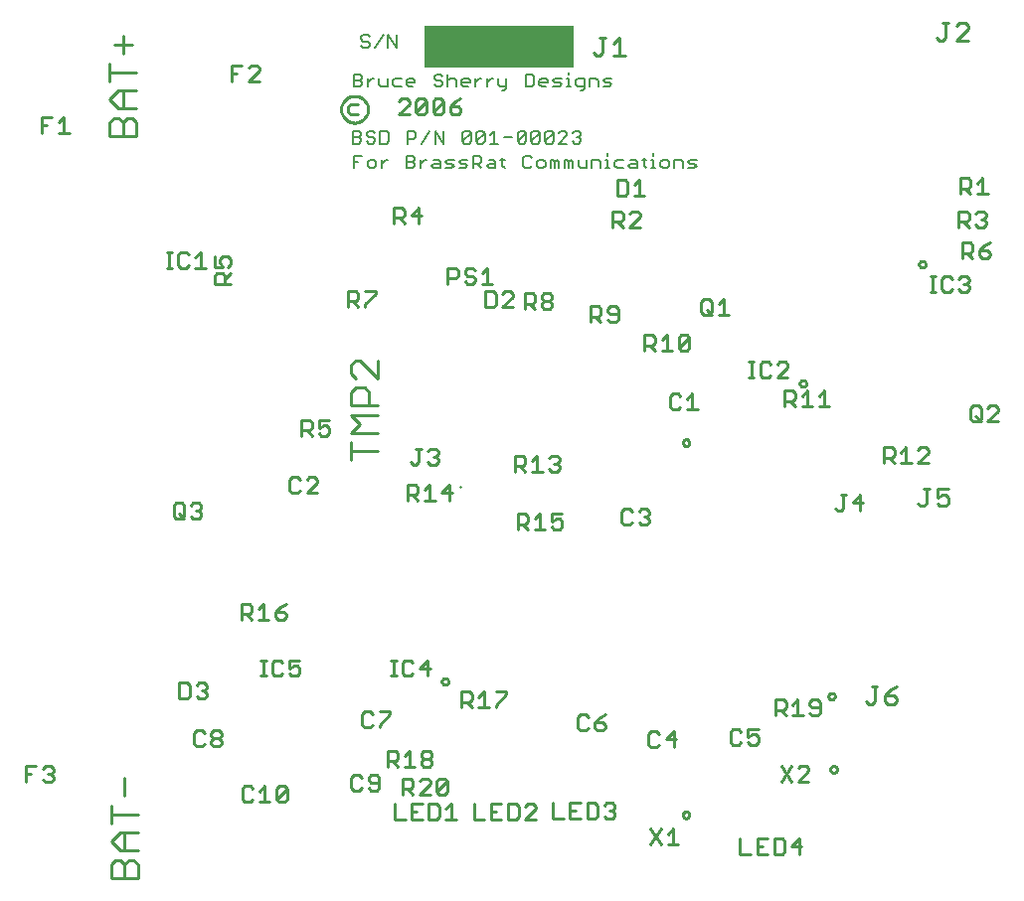
<source format=gbr>
G75*
G70*
%OFA0B0*%
%FSLAX24Y24*%
%IPPOS*%
%LPD*%
%AMOC8*
5,1,8,0,0,1.08239X$1,22.5*
%
%ADD10C,0.0100*%
%ADD11C,0.0090*%
%ADD12C,0.0080*%
%ADD13R,0.5040X0.1410*%
%ADD14C,0.0050*%
%ADD15C,0.0110*%
D10*
X012593Y006217D02*
X012593Y006667D01*
X012743Y006817D01*
X012893Y006817D01*
X013043Y006667D01*
X013043Y006217D01*
X013043Y006667D02*
X013193Y006817D01*
X013343Y006817D01*
X013493Y006667D01*
X013493Y006217D01*
X012593Y006217D01*
X012893Y007137D02*
X012593Y007438D01*
X012893Y007738D01*
X013493Y007738D01*
X013043Y007738D02*
X013043Y007137D01*
X012893Y007137D02*
X013493Y007137D01*
X012593Y008058D02*
X012593Y008659D01*
X012593Y008358D02*
X013493Y008358D01*
X013043Y008979D02*
X013043Y009579D01*
X023686Y012812D02*
X023688Y012833D01*
X023694Y012854D01*
X023704Y012873D01*
X023717Y012889D01*
X023733Y012903D01*
X023751Y012914D01*
X023772Y012921D01*
X023793Y012924D01*
X023814Y012923D01*
X023835Y012918D01*
X023854Y012909D01*
X023871Y012897D01*
X023886Y012881D01*
X023898Y012863D01*
X023905Y012844D01*
X023909Y012823D01*
X023909Y012801D01*
X023905Y012780D01*
X023898Y012761D01*
X023886Y012743D01*
X023871Y012727D01*
X023854Y012715D01*
X023835Y012706D01*
X023814Y012701D01*
X023793Y012700D01*
X023772Y012703D01*
X023751Y012710D01*
X023733Y012721D01*
X023717Y012735D01*
X023704Y012751D01*
X023694Y012770D01*
X023688Y012791D01*
X023686Y012812D01*
X024293Y019342D02*
X024318Y019342D01*
X021543Y020534D02*
X020643Y020534D01*
X020643Y020234D02*
X020643Y020834D01*
X020643Y021154D02*
X020943Y021455D01*
X020643Y021755D01*
X021543Y021755D01*
X021543Y022075D02*
X020643Y022075D01*
X020643Y022525D01*
X020793Y022676D01*
X021093Y022676D01*
X021243Y022525D01*
X021243Y022075D01*
X021543Y022996D02*
X020943Y023596D01*
X020793Y023596D01*
X020643Y023446D01*
X020643Y023146D01*
X020793Y022996D01*
X021543Y022996D02*
X021543Y023596D01*
X021543Y021154D02*
X020643Y021154D01*
X031766Y020827D02*
X031768Y020848D01*
X031774Y020869D01*
X031784Y020888D01*
X031797Y020904D01*
X031813Y020918D01*
X031831Y020929D01*
X031852Y020936D01*
X031873Y020939D01*
X031894Y020938D01*
X031915Y020933D01*
X031934Y020924D01*
X031951Y020912D01*
X031966Y020896D01*
X031978Y020878D01*
X031985Y020859D01*
X031989Y020838D01*
X031989Y020816D01*
X031985Y020795D01*
X031978Y020776D01*
X031966Y020758D01*
X031951Y020742D01*
X031934Y020730D01*
X031915Y020721D01*
X031894Y020716D01*
X031873Y020715D01*
X031852Y020718D01*
X031831Y020725D01*
X031813Y020736D01*
X031797Y020750D01*
X031784Y020766D01*
X031774Y020785D01*
X031768Y020806D01*
X031766Y020827D01*
X035686Y022812D02*
X035688Y022833D01*
X035694Y022854D01*
X035704Y022873D01*
X035717Y022889D01*
X035733Y022903D01*
X035751Y022914D01*
X035772Y022921D01*
X035793Y022924D01*
X035814Y022923D01*
X035835Y022918D01*
X035854Y022909D01*
X035871Y022897D01*
X035886Y022881D01*
X035898Y022863D01*
X035905Y022844D01*
X035909Y022823D01*
X035909Y022801D01*
X035905Y022780D01*
X035898Y022761D01*
X035886Y022743D01*
X035871Y022727D01*
X035854Y022715D01*
X035835Y022706D01*
X035814Y022701D01*
X035793Y022700D01*
X035772Y022703D01*
X035751Y022710D01*
X035733Y022721D01*
X035717Y022735D01*
X035704Y022751D01*
X035694Y022770D01*
X035688Y022791D01*
X035686Y022812D01*
X039686Y026812D02*
X039688Y026833D01*
X039694Y026854D01*
X039704Y026873D01*
X039717Y026889D01*
X039733Y026903D01*
X039751Y026914D01*
X039772Y026921D01*
X039793Y026924D01*
X039814Y026923D01*
X039835Y026918D01*
X039854Y026909D01*
X039871Y026897D01*
X039886Y026881D01*
X039898Y026863D01*
X039905Y026844D01*
X039909Y026823D01*
X039909Y026801D01*
X039905Y026780D01*
X039898Y026761D01*
X039886Y026743D01*
X039871Y026727D01*
X039854Y026715D01*
X039835Y026706D01*
X039814Y026701D01*
X039793Y026700D01*
X039772Y026703D01*
X039751Y026710D01*
X039733Y026721D01*
X039717Y026735D01*
X039704Y026751D01*
X039694Y026770D01*
X039688Y026791D01*
X039686Y026812D01*
X036646Y012317D02*
X036648Y012338D01*
X036654Y012359D01*
X036664Y012378D01*
X036677Y012394D01*
X036693Y012408D01*
X036711Y012419D01*
X036732Y012426D01*
X036753Y012429D01*
X036774Y012428D01*
X036795Y012423D01*
X036814Y012414D01*
X036831Y012402D01*
X036846Y012386D01*
X036858Y012368D01*
X036865Y012349D01*
X036869Y012328D01*
X036869Y012306D01*
X036865Y012285D01*
X036858Y012266D01*
X036846Y012248D01*
X036831Y012232D01*
X036814Y012220D01*
X036795Y012211D01*
X036774Y012206D01*
X036753Y012205D01*
X036732Y012208D01*
X036711Y012215D01*
X036693Y012226D01*
X036677Y012240D01*
X036664Y012256D01*
X036654Y012275D01*
X036648Y012296D01*
X036646Y012317D01*
X036716Y009862D02*
X036718Y009883D01*
X036724Y009904D01*
X036734Y009923D01*
X036747Y009939D01*
X036763Y009953D01*
X036781Y009964D01*
X036802Y009971D01*
X036823Y009974D01*
X036844Y009973D01*
X036865Y009968D01*
X036884Y009959D01*
X036901Y009947D01*
X036916Y009931D01*
X036928Y009913D01*
X036935Y009894D01*
X036939Y009873D01*
X036939Y009851D01*
X036935Y009830D01*
X036928Y009811D01*
X036916Y009793D01*
X036901Y009777D01*
X036884Y009765D01*
X036865Y009756D01*
X036844Y009751D01*
X036823Y009750D01*
X036802Y009753D01*
X036781Y009760D01*
X036763Y009771D01*
X036747Y009785D01*
X036734Y009801D01*
X036724Y009820D01*
X036718Y009841D01*
X036716Y009862D01*
X031766Y008337D02*
X031768Y008358D01*
X031774Y008379D01*
X031784Y008398D01*
X031797Y008414D01*
X031813Y008428D01*
X031831Y008439D01*
X031852Y008446D01*
X031873Y008449D01*
X031894Y008448D01*
X031915Y008443D01*
X031934Y008434D01*
X031951Y008422D01*
X031966Y008406D01*
X031978Y008388D01*
X031985Y008369D01*
X031989Y008348D01*
X031989Y008326D01*
X031985Y008305D01*
X031978Y008286D01*
X031966Y008268D01*
X031951Y008252D01*
X031934Y008240D01*
X031915Y008231D01*
X031894Y008226D01*
X031873Y008225D01*
X031852Y008228D01*
X031831Y008235D01*
X031813Y008246D01*
X031797Y008260D01*
X031784Y008276D01*
X031774Y008295D01*
X031768Y008316D01*
X031766Y008337D01*
X013443Y031117D02*
X012543Y031117D01*
X012543Y031567D01*
X012693Y031717D01*
X012843Y031717D01*
X012993Y031567D01*
X012993Y031117D01*
X012993Y031567D02*
X013143Y031717D01*
X013293Y031717D01*
X013443Y031567D01*
X013443Y031117D01*
X013443Y032037D02*
X012843Y032037D01*
X012543Y032338D01*
X012843Y032638D01*
X013443Y032638D01*
X012993Y032638D02*
X012993Y032037D01*
X012543Y032958D02*
X012543Y033559D01*
X012543Y033258D02*
X013443Y033258D01*
X012993Y033879D02*
X012993Y034479D01*
X012693Y034179D02*
X013293Y034179D01*
X020311Y032012D02*
X020313Y032055D01*
X020319Y032098D01*
X020329Y032139D01*
X020343Y032180D01*
X020361Y032219D01*
X020383Y032256D01*
X020408Y032291D01*
X020436Y032324D01*
X020467Y032354D01*
X020501Y032380D01*
X020537Y032403D01*
X020575Y032423D01*
X020615Y032439D01*
X020656Y032451D01*
X020699Y032459D01*
X020741Y032463D01*
X020785Y032463D01*
X020827Y032459D01*
X020870Y032451D01*
X020911Y032439D01*
X020951Y032423D01*
X020989Y032403D01*
X021025Y032380D01*
X021059Y032354D01*
X021090Y032324D01*
X021118Y032291D01*
X021143Y032256D01*
X021165Y032219D01*
X021183Y032180D01*
X021197Y032139D01*
X021207Y032098D01*
X021213Y032055D01*
X021215Y032012D01*
X021213Y031969D01*
X021207Y031926D01*
X021197Y031885D01*
X021183Y031844D01*
X021165Y031805D01*
X021143Y031768D01*
X021118Y031733D01*
X021090Y031700D01*
X021059Y031670D01*
X021025Y031644D01*
X020989Y031621D01*
X020951Y031601D01*
X020911Y031585D01*
X020870Y031573D01*
X020827Y031565D01*
X020785Y031561D01*
X020741Y031561D01*
X020699Y031565D01*
X020656Y031573D01*
X020615Y031585D01*
X020575Y031601D01*
X020537Y031621D01*
X020501Y031644D01*
X020467Y031670D01*
X020436Y031700D01*
X020408Y031733D01*
X020383Y031768D01*
X020361Y031805D01*
X020343Y031844D01*
X020329Y031885D01*
X020319Y031926D01*
X020313Y031969D01*
X020311Y032012D01*
D11*
X009738Y009967D02*
X009738Y009437D01*
X009738Y009702D02*
X009915Y009702D01*
X009738Y009967D02*
X010092Y009967D01*
X010309Y009879D02*
X010398Y009967D01*
X010575Y009967D01*
X010663Y009879D01*
X010663Y009790D01*
X010575Y009702D01*
X010663Y009614D01*
X010663Y009525D01*
X010575Y009437D01*
X010398Y009437D01*
X010309Y009525D01*
X010486Y009702D02*
X010575Y009702D01*
X014888Y012237D02*
X015154Y012237D01*
X015242Y012325D01*
X015242Y012679D01*
X015154Y012767D01*
X014888Y012767D01*
X014888Y012237D01*
X015459Y012325D02*
X015548Y012237D01*
X015725Y012237D01*
X015813Y012325D01*
X015813Y012414D01*
X015725Y012502D01*
X015636Y012502D01*
X015725Y012502D02*
X015813Y012590D01*
X015813Y012679D01*
X015725Y012767D01*
X015548Y012767D01*
X015459Y012679D01*
X017616Y012997D02*
X017793Y012997D01*
X017704Y012997D02*
X017704Y013527D01*
X017616Y013527D02*
X017793Y013527D01*
X017997Y013439D02*
X017997Y013085D01*
X018085Y012997D01*
X018262Y012997D01*
X018350Y013085D01*
X018568Y013085D02*
X018656Y012997D01*
X018833Y012997D01*
X018921Y013085D01*
X018921Y013262D01*
X018833Y013350D01*
X018744Y013350D01*
X018568Y013262D01*
X018568Y013527D01*
X018921Y013527D01*
X018350Y013439D02*
X018262Y013527D01*
X018085Y013527D01*
X017997Y013439D01*
X017888Y014887D02*
X017534Y014887D01*
X017711Y014887D02*
X017711Y015417D01*
X017534Y015240D01*
X017317Y015152D02*
X017229Y015064D01*
X016963Y015064D01*
X017140Y015064D02*
X017317Y014887D01*
X017317Y015152D02*
X017317Y015329D01*
X017229Y015417D01*
X016963Y015417D01*
X016963Y014887D01*
X018105Y014975D02*
X018194Y014887D01*
X018370Y014887D01*
X018459Y014975D01*
X018459Y015064D01*
X018370Y015152D01*
X018105Y015152D01*
X018105Y014975D01*
X018105Y015152D02*
X018282Y015329D01*
X018459Y015417D01*
X021988Y013527D02*
X022165Y013527D01*
X022077Y013527D02*
X022077Y012997D01*
X022165Y012997D02*
X021988Y012997D01*
X022369Y013085D02*
X022457Y012997D01*
X022634Y012997D01*
X022723Y013085D01*
X022940Y013262D02*
X023205Y013527D01*
X023205Y012997D01*
X023294Y013262D02*
X022940Y013262D01*
X022723Y013439D02*
X022634Y013527D01*
X022457Y013527D01*
X022369Y013439D01*
X022369Y013085D01*
X021946Y011797D02*
X021593Y011797D01*
X021375Y011709D02*
X021287Y011797D01*
X021110Y011797D01*
X021022Y011709D01*
X021022Y011355D01*
X021110Y011267D01*
X021287Y011267D01*
X021375Y011355D01*
X021593Y011355D02*
X021593Y011267D01*
X021593Y011355D02*
X021946Y011709D01*
X021946Y011797D01*
X021861Y010487D02*
X022126Y010487D01*
X022214Y010399D01*
X022214Y010222D01*
X022126Y010134D01*
X021861Y010134D01*
X022038Y010134D02*
X022214Y009957D01*
X022432Y009957D02*
X022785Y009957D01*
X022609Y009957D02*
X022609Y010487D01*
X022432Y010310D01*
X023003Y010310D02*
X023003Y010399D01*
X023091Y010487D01*
X023268Y010487D01*
X023356Y010399D01*
X023356Y010310D01*
X023268Y010222D01*
X023091Y010222D01*
X023003Y010310D01*
X023091Y010222D02*
X023003Y010134D01*
X023003Y010045D01*
X023091Y009957D01*
X023268Y009957D01*
X023356Y010045D01*
X023356Y010134D01*
X023268Y010222D01*
X023207Y009552D02*
X023030Y009552D01*
X022942Y009464D01*
X022724Y009464D02*
X022724Y009287D01*
X022636Y009199D01*
X022371Y009199D01*
X022548Y009199D02*
X022724Y009022D01*
X022942Y009022D02*
X023295Y009375D01*
X023295Y009464D01*
X023207Y009552D01*
X023513Y009464D02*
X023513Y009110D01*
X023866Y009464D01*
X023866Y009110D01*
X023778Y009022D01*
X023601Y009022D01*
X023513Y009110D01*
X023295Y009022D02*
X022942Y009022D01*
X023033Y008717D02*
X022679Y008717D01*
X022679Y008187D01*
X023033Y008187D01*
X023250Y008187D02*
X023515Y008187D01*
X023604Y008275D01*
X023604Y008629D01*
X023515Y008717D01*
X023250Y008717D01*
X023250Y008187D01*
X022856Y008452D02*
X022679Y008452D01*
X022462Y008187D02*
X022108Y008187D01*
X022108Y008717D01*
X022371Y009022D02*
X022371Y009552D01*
X022636Y009552D01*
X022724Y009464D01*
X023513Y009464D02*
X023601Y009552D01*
X023778Y009552D01*
X023866Y009464D01*
X023998Y008717D02*
X023998Y008187D01*
X023821Y008187D02*
X024175Y008187D01*
X023821Y008540D02*
X023998Y008717D01*
X024763Y008717D02*
X024763Y008187D01*
X025117Y008187D01*
X025334Y008187D02*
X025688Y008187D01*
X025905Y008187D02*
X026170Y008187D01*
X026259Y008275D01*
X026259Y008629D01*
X026170Y008717D01*
X025905Y008717D01*
X025905Y008187D01*
X025511Y008452D02*
X025334Y008452D01*
X025334Y008717D02*
X025334Y008187D01*
X025334Y008717D02*
X025688Y008717D01*
X026476Y008629D02*
X026564Y008717D01*
X026741Y008717D01*
X026830Y008629D01*
X026830Y008540D01*
X026476Y008187D01*
X026830Y008187D01*
X027418Y008202D02*
X027772Y008202D01*
X027989Y008202D02*
X027989Y008732D01*
X028343Y008732D01*
X028560Y008732D02*
X028560Y008202D01*
X028825Y008202D01*
X028914Y008290D01*
X028914Y008644D01*
X028825Y008732D01*
X028560Y008732D01*
X028166Y008467D02*
X027989Y008467D01*
X027989Y008202D02*
X028343Y008202D01*
X029131Y008290D02*
X029219Y008202D01*
X029396Y008202D01*
X029485Y008290D01*
X029485Y008379D01*
X029396Y008467D01*
X029308Y008467D01*
X029396Y008467D02*
X029485Y008555D01*
X029485Y008644D01*
X029396Y008732D01*
X029219Y008732D01*
X029131Y008644D01*
X030688Y007867D02*
X031042Y007337D01*
X031259Y007337D02*
X031613Y007337D01*
X031436Y007337D02*
X031436Y007867D01*
X031259Y007690D01*
X031042Y007867D02*
X030688Y007337D01*
X033688Y007542D02*
X033688Y007012D01*
X034042Y007012D01*
X034259Y007012D02*
X034613Y007012D01*
X034830Y007012D02*
X035095Y007012D01*
X035184Y007100D01*
X035184Y007454D01*
X035095Y007542D01*
X034830Y007542D01*
X034830Y007012D01*
X034436Y007277D02*
X034259Y007277D01*
X034259Y007542D02*
X034259Y007012D01*
X034259Y007542D02*
X034613Y007542D01*
X035401Y007277D02*
X035755Y007277D01*
X035666Y007012D02*
X035666Y007542D01*
X035401Y007277D01*
X035417Y009462D02*
X035063Y009992D01*
X035417Y009992D02*
X035063Y009462D01*
X035634Y009462D02*
X035988Y009815D01*
X035988Y009904D01*
X035900Y009992D01*
X035723Y009992D01*
X035634Y009904D01*
X035634Y009462D02*
X035988Y009462D01*
X034293Y010775D02*
X034293Y010952D01*
X034205Y011040D01*
X034116Y011040D01*
X033939Y010952D01*
X033939Y011217D01*
X034293Y011217D01*
X033722Y011129D02*
X033634Y011217D01*
X033457Y011217D01*
X033368Y011129D01*
X033368Y010775D01*
X033457Y010687D01*
X033634Y010687D01*
X033722Y010775D01*
X033939Y010775D02*
X034028Y010687D01*
X034205Y010687D01*
X034293Y010775D01*
X034876Y011667D02*
X034876Y012197D01*
X035141Y012197D01*
X035229Y012109D01*
X035229Y011932D01*
X035141Y011844D01*
X034876Y011844D01*
X035053Y011844D02*
X035229Y011667D01*
X035447Y011667D02*
X035800Y011667D01*
X035624Y011667D02*
X035624Y012197D01*
X035447Y012020D01*
X036018Y012020D02*
X036106Y011932D01*
X036371Y011932D01*
X036371Y012109D02*
X036283Y012197D01*
X036106Y012197D01*
X036018Y012109D01*
X036018Y012020D01*
X036018Y011755D02*
X036106Y011667D01*
X036283Y011667D01*
X036371Y011755D01*
X036371Y012109D01*
X031548Y010867D02*
X031194Y010867D01*
X031460Y011132D01*
X031460Y010602D01*
X030977Y010690D02*
X030889Y010602D01*
X030712Y010602D01*
X030623Y010690D01*
X030623Y011044D01*
X030712Y011132D01*
X030889Y011132D01*
X030977Y011044D01*
X029171Y011255D02*
X029083Y011167D01*
X028906Y011167D01*
X028818Y011255D01*
X028818Y011432D01*
X029083Y011432D01*
X029171Y011344D01*
X029171Y011255D01*
X028818Y011432D02*
X028994Y011609D01*
X029171Y011697D01*
X028600Y011609D02*
X028512Y011697D01*
X028335Y011697D01*
X028247Y011609D01*
X028247Y011255D01*
X028335Y011167D01*
X028512Y011167D01*
X028600Y011255D01*
X025846Y012384D02*
X025493Y012030D01*
X025493Y011942D01*
X025275Y011942D02*
X024922Y011942D01*
X025099Y011942D02*
X025099Y012472D01*
X024922Y012295D01*
X024704Y012384D02*
X024704Y012207D01*
X024616Y012119D01*
X024351Y012119D01*
X024528Y012119D02*
X024704Y011942D01*
X024351Y011942D02*
X024351Y012472D01*
X024616Y012472D01*
X024704Y012384D01*
X025493Y012472D02*
X025846Y012472D01*
X025846Y012384D01*
X021861Y010487D02*
X021861Y009957D01*
X021581Y009594D02*
X021493Y009682D01*
X021316Y009682D01*
X021228Y009594D01*
X021228Y009505D01*
X021316Y009417D01*
X021581Y009417D01*
X021581Y009240D02*
X021581Y009594D01*
X021581Y009240D02*
X021493Y009152D01*
X021316Y009152D01*
X021228Y009240D01*
X021010Y009240D02*
X020922Y009152D01*
X020745Y009152D01*
X020657Y009240D01*
X020657Y009594D01*
X020745Y009682D01*
X020922Y009682D01*
X021010Y009594D01*
X018496Y009209D02*
X018496Y008855D01*
X018408Y008767D01*
X018231Y008767D01*
X018143Y008855D01*
X018496Y009209D01*
X018408Y009297D01*
X018231Y009297D01*
X018143Y009209D01*
X018143Y008855D01*
X017925Y008767D02*
X017572Y008767D01*
X017749Y008767D02*
X017749Y009297D01*
X017572Y009120D01*
X017354Y009209D02*
X017266Y009297D01*
X017089Y009297D01*
X017001Y009209D01*
X017001Y008855D01*
X017089Y008767D01*
X017266Y008767D01*
X017354Y008855D01*
X016210Y010637D02*
X016033Y010637D01*
X015944Y010725D01*
X015944Y010814D01*
X016033Y010902D01*
X016210Y010902D01*
X016298Y010814D01*
X016298Y010725D01*
X016210Y010637D01*
X016210Y010902D02*
X016298Y010990D01*
X016298Y011079D01*
X016210Y011167D01*
X016033Y011167D01*
X015944Y011079D01*
X015944Y010990D01*
X016033Y010902D01*
X015727Y011079D02*
X015639Y011167D01*
X015462Y011167D01*
X015373Y011079D01*
X015373Y010725D01*
X015462Y010637D01*
X015639Y010637D01*
X015727Y010725D01*
X015533Y018267D02*
X015356Y018267D01*
X015268Y018355D01*
X015050Y018355D02*
X014962Y018267D01*
X014785Y018267D01*
X014697Y018355D01*
X014697Y018709D01*
X014785Y018797D01*
X014962Y018797D01*
X015050Y018709D01*
X015050Y018355D01*
X015050Y018267D02*
X014874Y018444D01*
X015268Y018709D02*
X015356Y018797D01*
X015533Y018797D01*
X015621Y018709D01*
X015621Y018620D01*
X015533Y018532D01*
X015621Y018444D01*
X015621Y018355D01*
X015533Y018267D01*
X015533Y018532D02*
X015444Y018532D01*
X018588Y019225D02*
X018677Y019137D01*
X018854Y019137D01*
X018942Y019225D01*
X019159Y019137D02*
X019513Y019490D01*
X019513Y019579D01*
X019425Y019667D01*
X019248Y019667D01*
X019159Y019579D01*
X018942Y019579D02*
X018854Y019667D01*
X018677Y019667D01*
X018588Y019579D01*
X018588Y019225D01*
X019159Y019137D02*
X019513Y019137D01*
X019648Y021062D02*
X019559Y021150D01*
X019648Y021062D02*
X019825Y021062D01*
X019913Y021150D01*
X019913Y021327D01*
X019825Y021415D01*
X019736Y021415D01*
X019559Y021327D01*
X019559Y021592D01*
X019913Y021592D01*
X019342Y021504D02*
X019342Y021327D01*
X019254Y021239D01*
X018988Y021239D01*
X018988Y021062D02*
X018988Y021592D01*
X019254Y021592D01*
X019342Y021504D01*
X019165Y021239D02*
X019342Y021062D01*
X022647Y020180D02*
X022735Y020092D01*
X022824Y020092D01*
X022912Y020180D01*
X022912Y020622D01*
X022824Y020622D02*
X023000Y020622D01*
X023218Y020534D02*
X023306Y020622D01*
X023483Y020622D01*
X023571Y020534D01*
X023571Y020445D01*
X023483Y020357D01*
X023571Y020269D01*
X023571Y020180D01*
X023483Y020092D01*
X023306Y020092D01*
X023218Y020180D01*
X023394Y020357D02*
X023483Y020357D01*
X023286Y019417D02*
X023286Y018887D01*
X023109Y018887D02*
X023463Y018887D01*
X023680Y019152D02*
X024034Y019152D01*
X023945Y018887D02*
X023945Y019417D01*
X023680Y019152D01*
X023286Y019417D02*
X023109Y019240D01*
X022892Y019152D02*
X022804Y019064D01*
X022538Y019064D01*
X022715Y019064D02*
X022892Y018887D01*
X022892Y019152D02*
X022892Y019329D01*
X022804Y019417D01*
X022538Y019417D01*
X022538Y018887D01*
X026226Y018447D02*
X026226Y017917D01*
X026226Y018094D02*
X026491Y018094D01*
X026579Y018182D01*
X026579Y018359D01*
X026491Y018447D01*
X026226Y018447D01*
X026403Y018094D02*
X026579Y017917D01*
X026797Y017917D02*
X027150Y017917D01*
X026974Y017917D02*
X026974Y018447D01*
X026797Y018270D01*
X027368Y018182D02*
X027544Y018270D01*
X027633Y018270D01*
X027721Y018182D01*
X027721Y018005D01*
X027633Y017917D01*
X027456Y017917D01*
X027368Y018005D01*
X027368Y018182D02*
X027368Y018447D01*
X027721Y018447D01*
X027545Y019862D02*
X027369Y019862D01*
X027280Y019950D01*
X027063Y019862D02*
X026709Y019862D01*
X026886Y019862D02*
X026886Y020392D01*
X026709Y020215D01*
X026492Y020127D02*
X026404Y020039D01*
X026138Y020039D01*
X026315Y020039D02*
X026492Y019862D01*
X026492Y020127D02*
X026492Y020304D01*
X026404Y020392D01*
X026138Y020392D01*
X026138Y019862D01*
X027280Y020304D02*
X027369Y020392D01*
X027545Y020392D01*
X027634Y020304D01*
X027634Y020215D01*
X027545Y020127D01*
X027634Y020039D01*
X027634Y019950D01*
X027545Y019862D01*
X027545Y020127D02*
X027457Y020127D01*
X029722Y018509D02*
X029722Y018155D01*
X029810Y018067D01*
X029987Y018067D01*
X030075Y018155D01*
X030293Y018155D02*
X030381Y018067D01*
X030558Y018067D01*
X030646Y018155D01*
X030646Y018244D01*
X030558Y018332D01*
X030469Y018332D01*
X030558Y018332D02*
X030646Y018420D01*
X030646Y018509D01*
X030558Y018597D01*
X030381Y018597D01*
X030293Y018509D01*
X030075Y018509D02*
X029987Y018597D01*
X029810Y018597D01*
X029722Y018509D01*
X031427Y021937D02*
X031604Y021937D01*
X031692Y022025D01*
X031909Y021937D02*
X032263Y021937D01*
X032086Y021937D02*
X032086Y022467D01*
X031909Y022290D01*
X031692Y022379D02*
X031604Y022467D01*
X031427Y022467D01*
X031338Y022379D01*
X031338Y022025D01*
X031427Y021937D01*
X033981Y023002D02*
X034158Y023002D01*
X034069Y023002D02*
X034069Y023532D01*
X033981Y023532D02*
X034158Y023532D01*
X034362Y023444D02*
X034450Y023532D01*
X034627Y023532D01*
X034715Y023444D01*
X034933Y023444D02*
X035021Y023532D01*
X035198Y023532D01*
X035286Y023444D01*
X035286Y023355D01*
X034933Y023002D01*
X035286Y023002D01*
X035188Y022567D02*
X035454Y022567D01*
X035542Y022479D01*
X035542Y022302D01*
X035454Y022214D01*
X035188Y022214D01*
X035365Y022214D02*
X035542Y022037D01*
X035759Y022037D02*
X036113Y022037D01*
X035936Y022037D02*
X035936Y022567D01*
X035759Y022390D01*
X036330Y022390D02*
X036507Y022567D01*
X036507Y022037D01*
X036330Y022037D02*
X036684Y022037D01*
X035188Y022037D02*
X035188Y022567D01*
X034715Y023090D02*
X034627Y023002D01*
X034450Y023002D01*
X034362Y023090D01*
X034362Y023444D01*
X033313Y025112D02*
X032959Y025112D01*
X033136Y025112D02*
X033136Y025642D01*
X032959Y025465D01*
X032742Y025554D02*
X032742Y025200D01*
X032654Y025112D01*
X032477Y025112D01*
X032388Y025200D01*
X032388Y025554D01*
X032477Y025642D01*
X032654Y025642D01*
X032742Y025554D01*
X032565Y025289D02*
X032742Y025112D01*
X031984Y024354D02*
X031630Y024000D01*
X031719Y023912D01*
X031895Y023912D01*
X031984Y024000D01*
X031984Y024354D01*
X031895Y024442D01*
X031719Y024442D01*
X031630Y024354D01*
X031630Y024000D01*
X031413Y023912D02*
X031059Y023912D01*
X031236Y023912D02*
X031236Y024442D01*
X031059Y024265D01*
X030842Y024354D02*
X030842Y024177D01*
X030754Y024089D01*
X030488Y024089D01*
X030665Y024089D02*
X030842Y023912D01*
X030488Y023912D02*
X030488Y024442D01*
X030754Y024442D01*
X030842Y024354D01*
X029596Y024955D02*
X029508Y024867D01*
X029331Y024867D01*
X029243Y024955D01*
X029331Y025132D02*
X029596Y025132D01*
X029596Y025309D02*
X029508Y025397D01*
X029331Y025397D01*
X029243Y025309D01*
X029243Y025220D01*
X029331Y025132D01*
X029025Y025132D02*
X028937Y025044D01*
X028672Y025044D01*
X028849Y025044D02*
X029025Y024867D01*
X029025Y025132D02*
X029025Y025309D01*
X028937Y025397D01*
X028672Y025397D01*
X028672Y024867D01*
X029596Y024955D02*
X029596Y025309D01*
X027388Y025400D02*
X027300Y025312D01*
X027123Y025312D01*
X027034Y025400D01*
X027034Y025489D01*
X027123Y025577D01*
X027300Y025577D01*
X027388Y025489D01*
X027388Y025400D01*
X027300Y025577D02*
X027388Y025665D01*
X027388Y025754D01*
X027300Y025842D01*
X027123Y025842D01*
X027034Y025754D01*
X027034Y025665D01*
X027123Y025577D01*
X026817Y025577D02*
X026817Y025754D01*
X026729Y025842D01*
X026463Y025842D01*
X026463Y025312D01*
X026463Y025489D02*
X026729Y025489D01*
X026817Y025577D01*
X026640Y025489D02*
X026817Y025312D01*
X026071Y025367D02*
X025718Y025367D01*
X026071Y025720D01*
X026071Y025809D01*
X025983Y025897D01*
X025806Y025897D01*
X025718Y025809D01*
X025500Y025809D02*
X025500Y025455D01*
X025412Y025367D01*
X025147Y025367D01*
X025147Y025897D01*
X025412Y025897D01*
X025500Y025809D01*
X025384Y026162D02*
X025030Y026162D01*
X025207Y026162D02*
X025207Y026692D01*
X025030Y026515D01*
X024813Y026604D02*
X024725Y026692D01*
X024548Y026692D01*
X024459Y026604D01*
X024459Y026515D01*
X024548Y026427D01*
X024725Y026427D01*
X024813Y026339D01*
X024813Y026250D01*
X024725Y026162D01*
X024548Y026162D01*
X024459Y026250D01*
X024242Y026427D02*
X024154Y026339D01*
X023888Y026339D01*
X023888Y026162D02*
X023888Y026692D01*
X024154Y026692D01*
X024242Y026604D01*
X024242Y026427D01*
X022925Y028187D02*
X022925Y028717D01*
X022659Y028452D01*
X023013Y028452D01*
X022442Y028452D02*
X022354Y028364D01*
X022088Y028364D01*
X022265Y028364D02*
X022442Y028187D01*
X022442Y028452D02*
X022442Y028629D01*
X022354Y028717D01*
X022088Y028717D01*
X022088Y028187D01*
X021463Y025917D02*
X021109Y025917D01*
X020892Y025829D02*
X020892Y025652D01*
X020804Y025564D01*
X020538Y025564D01*
X020715Y025564D02*
X020892Y025387D01*
X021109Y025387D02*
X021109Y025475D01*
X021463Y025829D01*
X021463Y025917D01*
X020892Y025829D02*
X020804Y025917D01*
X020538Y025917D01*
X020538Y025387D01*
X016593Y026145D02*
X016063Y026145D01*
X016063Y026410D01*
X016151Y026499D01*
X016328Y026499D01*
X016417Y026410D01*
X016417Y026145D01*
X016417Y026322D02*
X016593Y026499D01*
X016505Y026716D02*
X016593Y026804D01*
X016593Y026981D01*
X016505Y027069D01*
X016328Y027069D01*
X016240Y026981D01*
X016240Y026893D01*
X016328Y026716D01*
X016063Y026716D01*
X016063Y027069D01*
X015771Y026692D02*
X015418Y026692D01*
X015594Y026692D02*
X015594Y027222D01*
X015418Y027045D01*
X015200Y027134D02*
X015112Y027222D01*
X014935Y027222D01*
X014847Y027134D01*
X014847Y026780D01*
X014935Y026692D01*
X015112Y026692D01*
X015200Y026780D01*
X014643Y026692D02*
X014466Y026692D01*
X014554Y026692D02*
X014554Y027222D01*
X014466Y027222D02*
X014643Y027222D01*
X011196Y031217D02*
X010843Y031217D01*
X011019Y031217D02*
X011019Y031747D01*
X010843Y031570D01*
X010625Y031747D02*
X010272Y031747D01*
X010272Y031217D01*
X010272Y031482D02*
X010449Y031482D01*
X016638Y032962D02*
X016638Y033492D01*
X016992Y033492D01*
X017209Y033404D02*
X017298Y033492D01*
X017475Y033492D01*
X017563Y033404D01*
X017563Y033315D01*
X017209Y032962D01*
X017563Y032962D01*
X016815Y033227D02*
X016638Y033227D01*
X020538Y032102D02*
X020538Y031925D01*
X020627Y031837D01*
X020892Y031837D01*
X020892Y032190D02*
X020627Y032190D01*
X020538Y032102D01*
X022251Y032279D02*
X022339Y032367D01*
X022516Y032367D01*
X022605Y032279D01*
X022605Y032190D01*
X022251Y031837D01*
X022605Y031837D01*
X022822Y031925D02*
X023176Y032279D01*
X023176Y031925D01*
X023087Y031837D01*
X022910Y031837D01*
X022822Y031925D01*
X022822Y032279D01*
X022910Y032367D01*
X023087Y032367D01*
X023176Y032279D01*
X023393Y032279D02*
X023393Y031925D01*
X023746Y032279D01*
X023746Y031925D01*
X023658Y031837D01*
X023481Y031837D01*
X023393Y031925D01*
X023393Y032279D02*
X023481Y032367D01*
X023658Y032367D01*
X023746Y032279D01*
X023964Y032102D02*
X023964Y031925D01*
X024052Y031837D01*
X024229Y031837D01*
X024317Y031925D01*
X024317Y032014D01*
X024229Y032102D01*
X023964Y032102D01*
X024140Y032279D01*
X024317Y032367D01*
X029563Y029642D02*
X029563Y029112D01*
X029829Y029112D01*
X029917Y029200D01*
X029917Y029554D01*
X029829Y029642D01*
X029563Y029642D01*
X030134Y029465D02*
X030311Y029642D01*
X030311Y029112D01*
X030134Y029112D02*
X030488Y029112D01*
X030250Y028592D02*
X030073Y028592D01*
X029984Y028504D01*
X029767Y028504D02*
X029767Y028327D01*
X029679Y028239D01*
X029413Y028239D01*
X029590Y028239D02*
X029767Y028062D01*
X029984Y028062D02*
X030338Y028415D01*
X030338Y028504D01*
X030250Y028592D01*
X029767Y028504D02*
X029679Y028592D01*
X029413Y028592D01*
X029413Y028062D01*
X029984Y028062D02*
X030338Y028062D01*
X038508Y020667D02*
X038774Y020667D01*
X038862Y020579D01*
X038862Y020402D01*
X038774Y020314D01*
X038508Y020314D01*
X038508Y020137D02*
X038508Y020667D01*
X038685Y020314D02*
X038862Y020137D01*
X039079Y020137D02*
X039433Y020137D01*
X039256Y020137D02*
X039256Y020667D01*
X039079Y020490D01*
X039650Y020579D02*
X039739Y020667D01*
X039915Y020667D01*
X040004Y020579D01*
X040004Y020490D01*
X039650Y020137D01*
X040004Y020137D01*
X041413Y021625D02*
X041502Y021537D01*
X041679Y021537D01*
X041767Y021625D01*
X041767Y021979D01*
X041679Y022067D01*
X041502Y022067D01*
X041413Y021979D01*
X041413Y021625D01*
X041590Y021714D02*
X041767Y021537D01*
X041984Y021537D02*
X042338Y021890D01*
X042338Y021979D01*
X042250Y022067D01*
X042073Y022067D01*
X041984Y021979D01*
X041984Y021537D02*
X042338Y021537D01*
X037813Y018802D02*
X037459Y018802D01*
X037725Y019067D01*
X037725Y018537D01*
X037154Y018625D02*
X037154Y019067D01*
X037242Y019067D02*
X037065Y019067D01*
X037154Y018625D02*
X037065Y018537D01*
X036977Y018537D01*
X036888Y018625D01*
X040063Y025887D02*
X040240Y025887D01*
X040152Y025887D02*
X040152Y026417D01*
X040240Y026417D02*
X040063Y026417D01*
X040444Y026329D02*
X040444Y025975D01*
X040532Y025887D01*
X040709Y025887D01*
X040798Y025975D01*
X041015Y025975D02*
X041103Y025887D01*
X041280Y025887D01*
X041369Y025975D01*
X041369Y026064D01*
X041280Y026152D01*
X041192Y026152D01*
X041280Y026152D02*
X041369Y026240D01*
X041369Y026329D01*
X041280Y026417D01*
X041103Y026417D01*
X041015Y026329D01*
X040798Y026329D02*
X040709Y026417D01*
X040532Y026417D01*
X040444Y026329D01*
X041138Y027012D02*
X041138Y027542D01*
X041404Y027542D01*
X041492Y027454D01*
X041492Y027277D01*
X041404Y027189D01*
X041138Y027189D01*
X041315Y027189D02*
X041492Y027012D01*
X041709Y027100D02*
X041798Y027012D01*
X041975Y027012D01*
X042063Y027100D01*
X042063Y027189D01*
X041975Y027277D01*
X041709Y027277D01*
X041709Y027100D01*
X041709Y027277D02*
X041886Y027454D01*
X042063Y027542D01*
X041850Y028062D02*
X041673Y028062D01*
X041584Y028150D01*
X041367Y028062D02*
X041190Y028239D01*
X041279Y028239D02*
X041013Y028239D01*
X041013Y028062D02*
X041013Y028592D01*
X041279Y028592D01*
X041367Y028504D01*
X041367Y028327D01*
X041279Y028239D01*
X041584Y028504D02*
X041673Y028592D01*
X041850Y028592D01*
X041938Y028504D01*
X041938Y028415D01*
X041850Y028327D01*
X041938Y028239D01*
X041938Y028150D01*
X041850Y028062D01*
X041850Y028327D02*
X041761Y028327D01*
X041816Y029177D02*
X041816Y029707D01*
X041639Y029530D01*
X041422Y029442D02*
X041334Y029354D01*
X041068Y029354D01*
X041245Y029354D02*
X041422Y029177D01*
X041639Y029177D02*
X041993Y029177D01*
X041422Y029442D02*
X041422Y029619D01*
X041334Y029707D01*
X041068Y029707D01*
X041068Y029177D01*
X027418Y008732D02*
X027418Y008202D01*
D12*
X027482Y030042D02*
X027482Y030252D01*
X027552Y030322D01*
X027622Y030252D01*
X027622Y030042D01*
X027802Y030042D02*
X027802Y030322D01*
X027872Y030322D01*
X027942Y030252D01*
X028012Y030322D01*
X028082Y030252D01*
X028082Y030042D01*
X027942Y030042D02*
X027942Y030252D01*
X028263Y030322D02*
X028263Y030112D01*
X028333Y030042D01*
X028543Y030042D01*
X028543Y030322D01*
X028723Y030322D02*
X028933Y030322D01*
X029003Y030252D01*
X029003Y030042D01*
X029183Y030042D02*
X029323Y030042D01*
X029253Y030042D02*
X029253Y030322D01*
X029183Y030322D01*
X029253Y030462D02*
X029253Y030532D01*
X029490Y030252D02*
X029490Y030112D01*
X029560Y030042D01*
X029770Y030042D01*
X029951Y030112D02*
X030021Y030182D01*
X030231Y030182D01*
X030231Y030252D02*
X030231Y030042D01*
X030021Y030042D01*
X029951Y030112D01*
X030021Y030322D02*
X030161Y030322D01*
X030231Y030252D01*
X030411Y030322D02*
X030551Y030322D01*
X030481Y030392D02*
X030481Y030112D01*
X030551Y030042D01*
X030718Y030042D02*
X030858Y030042D01*
X030788Y030042D02*
X030788Y030322D01*
X030718Y030322D01*
X030788Y030462D02*
X030788Y030532D01*
X031025Y030252D02*
X031025Y030112D01*
X031095Y030042D01*
X031235Y030042D01*
X031305Y030112D01*
X031305Y030252D01*
X031235Y030322D01*
X031095Y030322D01*
X031025Y030252D01*
X031485Y030322D02*
X031485Y030042D01*
X031485Y030322D02*
X031695Y030322D01*
X031765Y030252D01*
X031765Y030042D01*
X031945Y030042D02*
X032156Y030042D01*
X032226Y030112D01*
X032156Y030182D01*
X032015Y030182D01*
X031945Y030252D01*
X032015Y030322D01*
X032226Y030322D01*
X029770Y030322D02*
X029560Y030322D01*
X029490Y030252D01*
X028723Y030322D02*
X028723Y030042D01*
X028279Y030862D02*
X028139Y030862D01*
X028069Y030932D01*
X027889Y030862D02*
X027609Y030862D01*
X027889Y031142D01*
X027889Y031212D01*
X027819Y031282D01*
X027679Y031282D01*
X027609Y031212D01*
X027429Y031212D02*
X027359Y031282D01*
X027218Y031282D01*
X027148Y031212D01*
X027148Y030932D01*
X027429Y031212D01*
X027429Y030932D01*
X027359Y030862D01*
X027218Y030862D01*
X027148Y030932D01*
X026968Y030932D02*
X026898Y030862D01*
X026758Y030862D01*
X026688Y030932D01*
X026968Y031212D01*
X026968Y030932D01*
X026688Y030932D02*
X026688Y031212D01*
X026758Y031282D01*
X026898Y031282D01*
X026968Y031212D01*
X026508Y031212D02*
X026438Y031282D01*
X026298Y031282D01*
X026228Y031212D01*
X026228Y030932D01*
X026508Y031212D01*
X026508Y030932D01*
X026438Y030862D01*
X026298Y030862D01*
X026228Y030932D01*
X026048Y031072D02*
X025767Y031072D01*
X025587Y030862D02*
X025307Y030862D01*
X025447Y030862D02*
X025447Y031282D01*
X025307Y031142D01*
X025127Y031212D02*
X025057Y031282D01*
X024917Y031282D01*
X024847Y031212D01*
X024847Y030932D01*
X025127Y031212D01*
X025127Y030932D01*
X025057Y030862D01*
X024917Y030862D01*
X024847Y030932D01*
X024667Y030932D02*
X024596Y030862D01*
X024456Y030862D01*
X024386Y030932D01*
X024667Y031212D01*
X024667Y030932D01*
X024667Y031212D02*
X024596Y031282D01*
X024456Y031282D01*
X024386Y031212D01*
X024386Y030932D01*
X024733Y030462D02*
X024943Y030462D01*
X025013Y030392D01*
X025013Y030252D01*
X024943Y030182D01*
X024733Y030182D01*
X024733Y030042D02*
X024733Y030462D01*
X024553Y030322D02*
X024343Y030322D01*
X024273Y030252D01*
X024343Y030182D01*
X024483Y030182D01*
X024553Y030112D01*
X024483Y030042D01*
X024273Y030042D01*
X024093Y030112D02*
X024023Y030182D01*
X023883Y030182D01*
X023812Y030252D01*
X023883Y030322D01*
X024093Y030322D01*
X024093Y030112D02*
X024023Y030042D01*
X023812Y030042D01*
X023632Y030042D02*
X023632Y030252D01*
X023562Y030322D01*
X023422Y030322D01*
X023422Y030182D02*
X023632Y030182D01*
X023632Y030042D02*
X023422Y030042D01*
X023352Y030112D01*
X023422Y030182D01*
X023179Y030322D02*
X023109Y030322D01*
X022969Y030182D01*
X022969Y030042D02*
X022969Y030322D01*
X022788Y030322D02*
X022718Y030252D01*
X022508Y030252D01*
X022508Y030462D02*
X022718Y030462D01*
X022788Y030392D01*
X022788Y030322D01*
X022718Y030252D02*
X022788Y030182D01*
X022788Y030112D01*
X022718Y030042D01*
X022508Y030042D01*
X022508Y030462D01*
X022545Y030862D02*
X022545Y031282D01*
X022755Y031282D01*
X022825Y031212D01*
X022825Y031072D01*
X022755Y031002D01*
X022545Y031002D01*
X023005Y030862D02*
X023285Y031282D01*
X023466Y031282D02*
X023746Y030862D01*
X023746Y031282D01*
X023466Y031282D02*
X023466Y030862D01*
X024873Y030182D02*
X025013Y030042D01*
X025194Y030112D02*
X025264Y030182D01*
X025474Y030182D01*
X025474Y030252D02*
X025474Y030042D01*
X025264Y030042D01*
X025194Y030112D01*
X025264Y030322D02*
X025404Y030322D01*
X025474Y030252D01*
X025654Y030322D02*
X025794Y030322D01*
X025724Y030392D02*
X025724Y030112D01*
X025794Y030042D01*
X026421Y030112D02*
X026421Y030392D01*
X026491Y030462D01*
X026631Y030462D01*
X026701Y030392D01*
X026881Y030252D02*
X026881Y030112D01*
X026952Y030042D01*
X027092Y030042D01*
X027162Y030112D01*
X027162Y030252D01*
X027092Y030322D01*
X026952Y030322D01*
X026881Y030252D01*
X026701Y030112D02*
X026631Y030042D01*
X026491Y030042D01*
X026421Y030112D01*
X027342Y030042D02*
X027342Y030322D01*
X027412Y030322D01*
X027482Y030252D01*
X028279Y030862D02*
X028349Y030932D01*
X028349Y031002D01*
X028279Y031072D01*
X028209Y031072D01*
X028279Y031072D02*
X028349Y031142D01*
X028349Y031212D01*
X028279Y031282D01*
X028139Y031282D01*
X028069Y031212D01*
X028326Y032632D02*
X028396Y032632D01*
X028466Y032702D01*
X028466Y033052D01*
X028256Y033052D01*
X028186Y032982D01*
X028186Y032842D01*
X028256Y032772D01*
X028466Y032772D01*
X028646Y032772D02*
X028646Y033052D01*
X028856Y033052D01*
X028926Y032982D01*
X028926Y032772D01*
X029107Y032772D02*
X029317Y032772D01*
X029387Y032842D01*
X029317Y032912D01*
X029177Y032912D01*
X029107Y032982D01*
X029177Y033052D01*
X029387Y033052D01*
X028019Y032772D02*
X027879Y032772D01*
X027949Y032772D02*
X027949Y033052D01*
X027879Y033052D01*
X027949Y033192D02*
X027949Y033262D01*
X027699Y033052D02*
X027489Y033052D01*
X027419Y032982D01*
X027489Y032912D01*
X027629Y032912D01*
X027699Y032842D01*
X027629Y032772D01*
X027419Y032772D01*
X027238Y032912D02*
X026958Y032912D01*
X026958Y032982D02*
X027028Y033052D01*
X027168Y033052D01*
X027238Y032982D01*
X027238Y032912D01*
X027168Y032772D02*
X027028Y032772D01*
X026958Y032842D01*
X026958Y032982D01*
X026778Y033122D02*
X026708Y033192D01*
X026498Y033192D01*
X026498Y032772D01*
X026708Y032772D01*
X026778Y032842D01*
X026778Y033122D01*
X025857Y033052D02*
X025857Y032702D01*
X025787Y032632D01*
X025717Y032632D01*
X025647Y032772D02*
X025577Y032842D01*
X025577Y033052D01*
X025404Y033052D02*
X025334Y033052D01*
X025194Y032912D01*
X025194Y032772D02*
X025194Y033052D01*
X025020Y033052D02*
X024950Y033052D01*
X024810Y032912D01*
X024810Y032772D02*
X024810Y033052D01*
X024630Y032982D02*
X024630Y032912D01*
X024350Y032912D01*
X024350Y032982D02*
X024420Y033052D01*
X024560Y033052D01*
X024630Y032982D01*
X024560Y032772D02*
X024420Y032772D01*
X024350Y032842D01*
X024350Y032982D01*
X024169Y032982D02*
X024169Y032772D01*
X024169Y032982D02*
X024099Y033052D01*
X023959Y033052D01*
X023889Y032982D01*
X023709Y032912D02*
X023709Y032842D01*
X023639Y032772D01*
X023499Y032772D01*
X023429Y032842D01*
X023499Y032982D02*
X023639Y032982D01*
X023709Y032912D01*
X023709Y033122D02*
X023639Y033192D01*
X023499Y033192D01*
X023429Y033122D01*
X023429Y033052D01*
X023499Y032982D01*
X023889Y033192D02*
X023889Y032772D01*
X022788Y032912D02*
X022508Y032912D01*
X022508Y032982D02*
X022578Y033052D01*
X022718Y033052D01*
X022788Y032982D01*
X022788Y032912D01*
X022718Y032772D02*
X022578Y032772D01*
X022508Y032842D01*
X022508Y032982D01*
X022328Y033052D02*
X022118Y033052D01*
X022048Y032982D01*
X022048Y032842D01*
X022118Y032772D01*
X022328Y032772D01*
X021868Y032772D02*
X021868Y033052D01*
X021868Y032772D02*
X021657Y032772D01*
X021587Y032842D01*
X021587Y033052D01*
X021414Y033052D02*
X021344Y033052D01*
X021204Y032912D01*
X021204Y032772D02*
X021204Y033052D01*
X021024Y033052D02*
X020954Y032982D01*
X020743Y032982D01*
X020743Y032772D02*
X020743Y033192D01*
X020954Y033192D01*
X021024Y033122D01*
X021024Y033052D01*
X020954Y032982D02*
X021024Y032912D01*
X021024Y032842D01*
X020954Y032772D01*
X020743Y032772D01*
X020703Y031282D02*
X020914Y031282D01*
X020984Y031212D01*
X020984Y031142D01*
X020914Y031072D01*
X020703Y031072D01*
X020703Y030862D02*
X020703Y031282D01*
X020914Y031072D02*
X020984Y031002D01*
X020984Y030932D01*
X020914Y030862D01*
X020703Y030862D01*
X020743Y030462D02*
X021024Y030462D01*
X020884Y030252D02*
X020743Y030252D01*
X020743Y030042D02*
X020743Y030462D01*
X021204Y030252D02*
X021204Y030112D01*
X021274Y030042D01*
X021414Y030042D01*
X021484Y030112D01*
X021484Y030252D01*
X021414Y030322D01*
X021274Y030322D01*
X021204Y030252D01*
X021664Y030322D02*
X021664Y030042D01*
X021664Y030182D02*
X021804Y030322D01*
X021874Y030322D01*
X021834Y030862D02*
X021904Y030932D01*
X021904Y031212D01*
X021834Y031282D01*
X021624Y031282D01*
X021624Y030862D01*
X021834Y030862D01*
X021444Y030932D02*
X021374Y030862D01*
X021234Y030862D01*
X021164Y030932D01*
X021234Y031072D02*
X021374Y031072D01*
X021444Y031002D01*
X021444Y030932D01*
X021234Y031072D02*
X021164Y031142D01*
X021164Y031212D01*
X021234Y031282D01*
X021374Y031282D01*
X021444Y031212D01*
X025647Y032772D02*
X025857Y032772D01*
D13*
X025623Y034097D03*
D14*
X022189Y034067D02*
X022189Y034517D01*
X021889Y034517D02*
X021889Y034067D01*
X022189Y034067D02*
X021889Y034517D01*
X021729Y034517D02*
X021429Y034067D01*
X021269Y034142D02*
X021194Y034067D01*
X021044Y034067D01*
X020968Y034142D01*
X021044Y034292D02*
X021194Y034292D01*
X021269Y034217D01*
X021269Y034142D01*
X021044Y034292D02*
X020968Y034367D01*
X020968Y034442D01*
X021044Y034517D01*
X021194Y034517D01*
X021269Y034442D01*
D15*
X028790Y033913D02*
X028889Y033815D01*
X028987Y033815D01*
X029086Y033913D01*
X029086Y034405D01*
X029184Y034405D02*
X028987Y034405D01*
X029435Y034209D02*
X029632Y034405D01*
X029632Y033815D01*
X029435Y033815D02*
X029829Y033815D01*
X040290Y034413D02*
X040389Y034315D01*
X040487Y034315D01*
X040586Y034413D01*
X040586Y034905D01*
X040684Y034905D02*
X040487Y034905D01*
X040935Y034807D02*
X041033Y034905D01*
X041230Y034905D01*
X041329Y034807D01*
X041329Y034709D01*
X040935Y034315D01*
X041329Y034315D01*
X040687Y019287D02*
X040293Y019287D01*
X040293Y018992D01*
X040490Y019090D01*
X040588Y019090D01*
X040687Y018992D01*
X040687Y018795D01*
X040588Y018697D01*
X040391Y018697D01*
X040293Y018795D01*
X039944Y018795D02*
X039944Y019287D01*
X040042Y019287D02*
X039845Y019287D01*
X039944Y018795D02*
X039845Y018697D01*
X039747Y018697D01*
X039648Y018795D01*
X038937Y012637D02*
X038740Y012539D01*
X038543Y012342D01*
X038838Y012342D01*
X038937Y012244D01*
X038937Y012145D01*
X038838Y012047D01*
X038641Y012047D01*
X038543Y012145D01*
X038543Y012342D01*
X038292Y012637D02*
X038095Y012637D01*
X038194Y012637D02*
X038194Y012145D01*
X038095Y012047D01*
X037997Y012047D01*
X037898Y012145D01*
M02*

</source>
